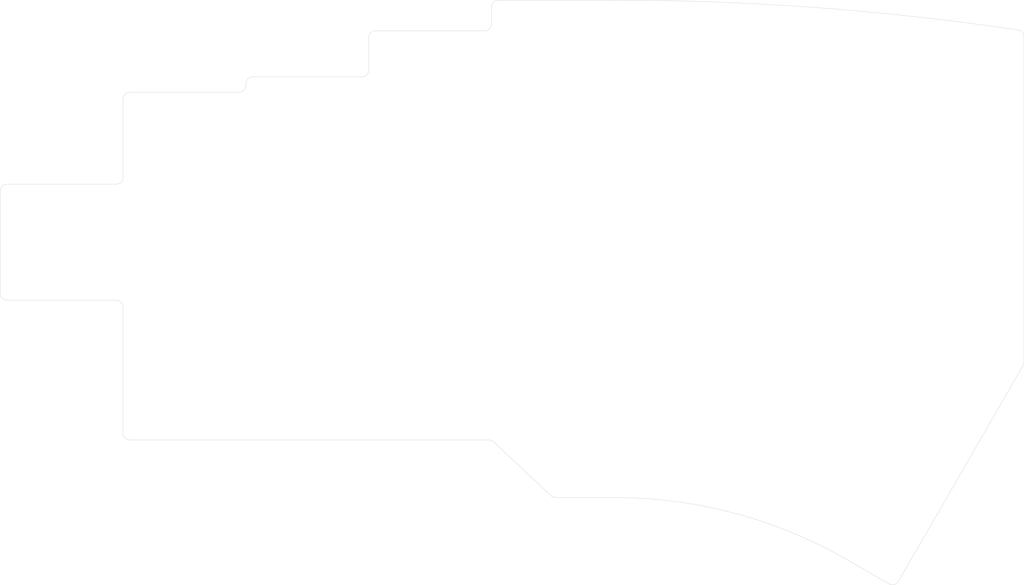
<source format=kicad_pcb>
(kicad_pcb (version 20211014) (generator pcbnew)
  (layers (0 "F.Cu" signal) (31 "B.Cu" signal) (34 "B.Paste" user) (35 "F.Paste" user) (36 "B.SilkS" user "B.Silkscreen") (37 "F.SilkS" user "F.Silkscreen") (38 "B.Mask" user) (39 "F.Mask" user) (44 "Edge.Cuts" user))
  (net 0 "")
  (footprint "dao-choc-ble:Hole_2.2mm" (layer "F.Cu") (at 17.707012 17)
    (fp_text reference "REF**" hide)
    (fp_text value "Hole_2.2mm" hide)
    (pad "" np_thru_hole circle locked (at 0 0 270) (size 2.2 2.2) (drill 2.2) (layers *.Cu *.Mask))
  )
  (footprint "dao-choc-ble:Hole_2.2mm" (layer "F.Cu") (at 17.707012 34)
    (fp_text reference "REF**" hide)
    (fp_text value "Hole_2.2mm" hide)
    (pad "" np_thru_hole circle locked (at 0 0 270) (size 2.2 2.2) (drill 2.2) (layers *.Cu *.Mask))
  )
  (footprint "dao-choc-ble:Hole_2.2mm" (layer "F.Cu") (at 90.292987 10.25)
    (fp_text reference "REF**" hide)
    (fp_text value "Hole_2.2mm" hide)
    (pad "" np_thru_hole circle locked (at 0 0 270) (size 2.2 2.2) (drill 2.2) (layers *.Cu *.Mask))
  )
  (footprint "dao-choc-ble:Hole_2.2mm" (layer "F.Cu") (at 70.030923 39.969076)
    (fp_text reference "REF**" hide)
    (fp_text value "Hole_2.2mm" hide)
    (pad "" np_thru_hole circle locked (at 0 0 270) (size 2.2 2.2) (drill 2.2) (layers *.Cu *.Mask))
  )
  (footprint "dao-choc-ble:Hole_2.2mm" (layer "F.Cu") (at 104.958224 47.071539)
    (fp_text reference "REF**" hide)
    (fp_text value "Hole_2.2mm" hide)
    (pad "" np_thru_hole circle locked (at 0 0 270) (size 2.2 2.2) (drill 2.2) (layers *.Cu *.Mask))
  )
  (gr_line (start 55 -13.499999) (end 71.999999 -13.499999) (layer "Edge.Cuts") (width 0.05))
  (gr_arc (start 132 39.608941) (mid 131.965926 39.86776) (end 131.866025 40.108941) (layer "Edge.Cuts") (width 0.05))
  (gr_line (start 1 0) (end 17 0) (layer "Edge.Cuts") (width 0.05))
  (gr_line (start 0 12.5) (end 0 1) (layer "Edge.Cuts") (width 0.05))
  (gr_line (start 0 50) (end 0 31.5) (layer "Edge.Cuts") (width 0.05))
  (gr_line (start 37 -8.999999) (end 53 -8.999999) (layer "Edge.Cuts") (width 0.05))
  (gr_arc (start -16.999999 30.499999) (mid -17.707106 30.207106) (end -17.999999 29.499999) (layer "Edge.Cuts") (width 0.05))
  (gr_arc (start 0 1) (mid 0.292893 0.292893) (end 1 0) (layer "Edge.Cuts") (width 0.05))
  (gr_line (start -1 30.499999) (end -16.999999 30.5) (layer "Edge.Cuts") (width 0.05))
  (gr_line (start 36 -3.249999) (end 36 -7.999999) (layer "Edge.Cuts") (width 0.05))
  (gr_arc (start 131.14704 -9.127732) (mid 131.757311 -8.791656) (end 132 -8.138602) (layer "Edge.Cuts") (width 0.05))
  (gr_line (start 53.60453 51) (end 0.999999 51) (layer "Edge.Cuts") (width 0.05))
  (gr_line (start 112.243071 72.096895) (end 105.74788 68.346895) (layer "Edge.Cuts") (width 0.05))
  (gr_arc (start 18 -1) (mid 17.707107 -0.292893) (end 17 0) (layer "Edge.Cuts") (width 0.05))
  (gr_line (start -16.999999 13.5) (end -0.999999 13.5) (layer "Edge.Cuts") (width 0.05))
  (gr_arc (start 71.999999 59.438151) (mid 80.923003 60.022996) (end 89.693332 61.767523) (layer "Edge.Cuts") (width 0.05))
  (gr_arc (start 54 -9.999999) (mid 53.707107 -9.292892) (end 53 -8.999999) (layer "Edge.Cuts") (width 0.05))
  (gr_line (start 54 -9.999999) (end 54 -12.499999) (layer "Edge.Cuts") (width 0.05))
  (gr_line (start 131.866025 40.108941) (end 113.609096 71.730869) (layer "Edge.Cuts") (width 0.05))
  (gr_arc (start 54 -12.499999) (mid 54.292893 -13.207106) (end 55 -13.499999) (layer "Edge.Cuts") (width 0.05))
  (gr_arc (start 36 -3.249999) (mid 35.707107 -2.542892) (end 35 -2.249999) (layer "Edge.Cuts") (width 0.05))
  (gr_line (start 18 -0.999999) (end 18 -1.249999) (layer "Edge.Cuts") (width 0.05))
  (gr_arc (start -0.999999 30.499999) (mid -0.292893 30.792893) (end 0 31.5) (layer "Edge.Cuts") (width 0.05))
  (gr_arc (start 0.999999 50.999999) (mid 0.292893 50.707106) (end 0 50) (layer "Edge.Cuts") (width 0.05))
  (gr_arc (start 18 -1.249999) (mid 18.292893 -1.957106) (end 19 -2.249999) (layer "Edge.Cuts") (width 0.05))
  (gr_arc (start 63.395469 59.438152) (mid 63.027713 59.368074) (end 62.7115 59.167663) (layer "Edge.Cuts") (width 0.05))
  (gr_line (start 132 -8.138602) (end 132 39.608941) (layer "Edge.Cuts") (width 0.05))
  (gr_line (start 72 59.438152) (end 63.395469 59.438152) (layer "Edge.Cuts") (width 0.05))
  (gr_arc (start 113.609097 71.730869) (mid 113.00189 72.196795) (end 112.243071 72.096895) (layer "Edge.Cuts") (width 0.05))
  (gr_line (start 19 -2.249999) (end 35 -2.249999) (layer "Edge.Cuts") (width 0.05))
  (gr_line (start -17.999999 29.499999) (end -17.999999 14.5) (layer "Edge.Cuts") (width 0.05))
  (gr_arc (start 72 -13.499999) (mid 101.654212 -12.405443) (end 131.14704 -9.127732) (layer "Edge.Cuts") (width 0.05))
  (gr_arc (start 89.693332 61.767524) (mid 97.93001 64.546234) (end 105.74788 68.346895) (layer "Edge.Cuts") (width 0.05))
  (gr_arc (start 36 -7.999999) (mid 36.292893 -8.707106) (end 37 -8.999999) (layer "Edge.Cuts") (width 0.05))
  (gr_line (start 62.7115 59.167663) (end 54.288499 51.270489) (layer "Edge.Cuts") (width 0.05))
  (gr_arc (start 0.000001 12.5) (mid -0.292892 13.207107) (end -0.999999 13.5) (layer "Edge.Cuts") (width 0.05))
  (gr_arc (start 53.60453 51) (mid 53.972286 51.070078) (end 54.288499 51.270489) (layer "Edge.Cuts") (width 0.05))
  (gr_arc (start -17.999999 14.5) (mid -17.707106 13.792893) (end -16.999999 13.5) (layer "Edge.Cuts") (width 0.05))
)
</source>
